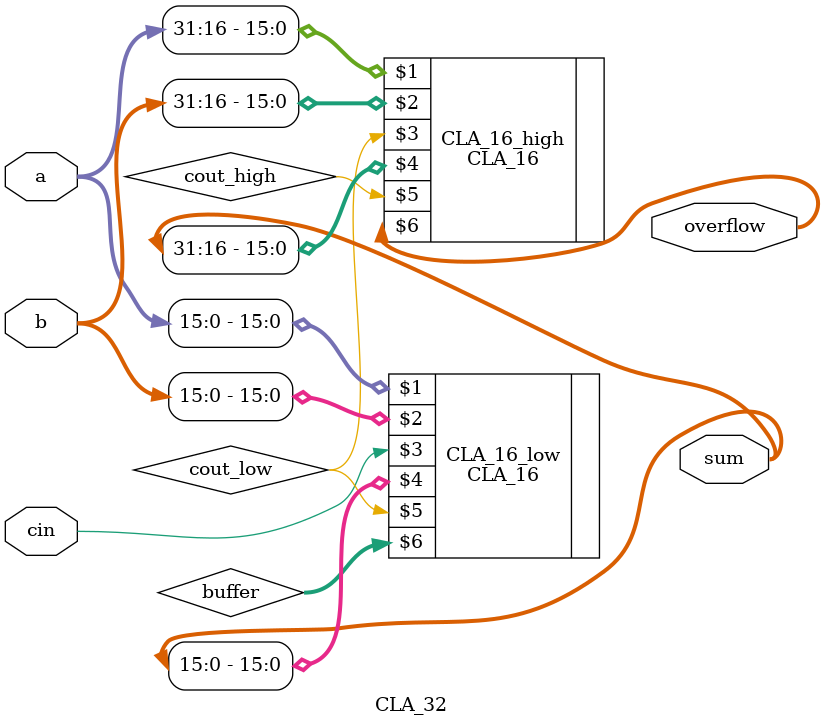
<source format=v>
module CLA_32(
	input[31:0]a,
	input[31:0]b,
	input cin,
	output [31:0]sum,
	output [1:0]overflow
);
	wire cout_low, cout_high;
	wire[1:0] buffer;
	 
	CLA_16 CLA_16_low(a[15:0],b[15:0],cin,sum[15:0],cout_low,buffer[1:0]);
	CLA_16 CLA_16_high(a[31:16],b[31:16],cout_low,sum[31:16],cout_high,overflow[1:0]);
	
	
endmodule
</source>
